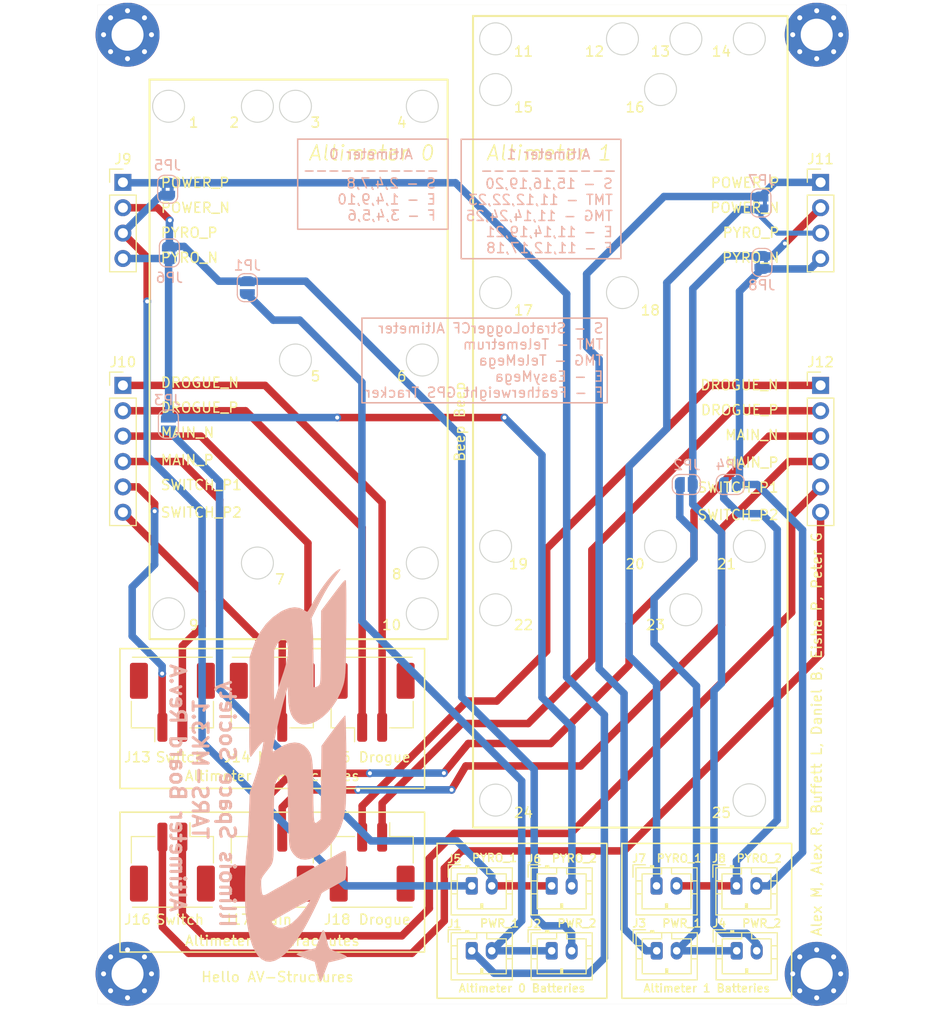
<source format=kicad_pcb>
(kicad_pcb (version 20211014) (generator pcbnew)
  (layers (0 "F.Cu" signal) (31 "B.Cu" signal) (34 "B.Paste" user) (35 "F.Paste" user) (36 "B.SilkS" user "B.Silkscreen") (37 "F.SilkS" user "F.Silkscreen") (38 "B.Mask" user) (39 "F.Mask" user) (44 "Edge.Cuts" user))
  (net 0 "")
  (net 1 "ALT_0_POWER_P")
  (net 2 "ALT_0_POWER_N")
  (net 3 "ALT_0_PYRO_P")
  (net 4 "ALT_0_PYRO_N")
  (net 5 "ALT_1_POWER_P")
  (net 6 "ALT_1_POWER_N")
  (net 7 "ALT_1_PYRO_P")
  (net 8 "ALT_1_PYRO_N")
  (net 9 "Net-(J3-Pad2)")
  (net 10 "/ALT_0_MAIN_P")
  (net 11 "/ALT_0_MAIN_N")
  (net 12 "/ALT_0_DROGUE_P")
  (net 13 "/ALT_0_DROGUE_N")
  (net 14 "/ALT_0_SWITCH_P1")
  (net 15 "/ALT_1_MAIN_P")
  (net 16 "/ALT_1_MAIN_N")
  (net 17 "/ALT_1_DROGUE_P")
  (net 18 "/ALT_1_DROGUE_N")
  (net 19 "Net-(J5-Pad2)")
  (net 20 "Net-(J1-Pad2)")
  (net 21 "/ALT_0_SWITCH_P2")
  (net 22 "Net-(J7-Pad2)")
  (net 23 "/ALT_1_SWITCH_P1")
  (net 24 "/ALT_1_SWITCH_P2")
  (footprint "Connector_Molex:Molex_CLIK-Mate_502443-0270_1x02-1MP_P2.00mm_Vertical" (layer "F.Cu") (at 71.5 113)
    (fp_text reference "J13")
    (fp_text value "Conn_01x02_Female")
  )
  (footprint "Connector_JST:JST_PH_B2B-PH-K_1x02_P2.00mm_Vertical" (layer "F.Cu") (at 101.4746 137.874966)
    (fp_text reference "J1")
    (fp_text value "Conn_01x02_Female")
  )
  (footprint "Connector_PinHeader_2.54mm:PinHeader_1x06_P2.54mm_Vertical" (layer "F.Cu") (at 66.548 81.28)
    (fp_text reference "J10")
    (fp_text value "Conn_01x06_Male")
  )
  (footprint "Connector_JST:JST_PH_B2B-PH-K_1x02_P2.00mm_Vertical" (layer "F.Cu") (at 109.4746 131.374966)
    (fp_text reference "J6")
    (fp_text value "Conn_01x02_Female")
  )
  (footprint "Connector_PinHeader_2.54mm:PinHeader_1x04_P2.54mm_Vertical" (layer "F.Cu") (at 66.548 60.96)
    (fp_text reference "J9")
    (fp_text value "Conn_01x04_Male")
  )
  (footprint "Connector_Molex:Molex_CLIK-Mate_502443-0270_1x02-1MP_P2.00mm_Vertical" (layer "F.Cu") (at 91.5 129 180)
    (fp_text reference "J18")
    (fp_text value "Conn_01x02_Female")
  )
  (footprint "Connector_JST:JST_PH_B2B-PH-K_1x02_P2.00mm_Vertical" (layer "F.Cu") (at 119.9896 137.874966)
    (fp_text reference "J3")
    (fp_text value "Conn_01x02_Female")
  )
  (footprint "MountingHole:MountingHole_3.2mm_M3_Pad_Via" (layer "F.Cu") (at 67.008 140.18)
    (fp_text reference "REF**" hide)
    (fp_text value "MountingHole_3.2mm_M3_Pad_Via")
  )
  (footprint "Connector_JST:JST_PH_B2B-PH-K_1x02_P2.00mm_Vertical" (layer "F.Cu") (at 119.9746 131.374966)
    (fp_text reference "J7")
    (fp_text value "Conn_01x02_Female")
  )
  (footprint "Connector_JST:JST_PH_B2B-PH-K_1x02_P2.00mm_Vertical" (layer "F.Cu") (at 127.9746 131.374966)
    (fp_text reference "J8")
    (fp_text value "Conn_01x02_Female")
  )
  (footprint "Connector_PinHeader_2.54mm:PinHeader_1x04_P2.54mm_Vertical" (layer "F.Cu") (at 136.398 60.96)
    (fp_text reference "J11")
    (fp_text value "Conn_01x04_Male")
  )
  (footprint "Connector_Molex:Molex_CLIK-Mate_502443-0270_1x02-1MP_P2.00mm_Vertical" (layer "F.Cu") (at 81.5 129 180)
    (fp_text reference "J17")
    (fp_text value "Conn_01x02_Female")
  )
  (footprint "MountingHole:MountingHole_3.2mm_M3_Pad_Via" (layer "F.Cu") (at 67.008 46.18)
    (fp_text reference "REF**" hide)
    (fp_text value "MountingHole_3.2mm_M3_Pad_Via")
  )
  (footprint "Connector_Molex:Molex_CLIK-Mate_502443-0270_1x02-1MP_P2.00mm_Vertical" (layer "F.Cu") (at 71.5 129 180)
    (fp_text reference "J16")
    (fp_text value "Conn_01x02_Female")
  )
  (footprint "Connector_Molex:Molex_CLIK-Mate_502443-0270_1x02-1MP_P2.00mm_Vertical" (layer "F.Cu") (at 81.5 113)
    (fp_text reference "J14")
    (fp_text value "Conn_01x02_Female")
  )
  (footprint "Connector_JST:JST_PH_B2B-PH-K_1x02_P2.00mm_Vertical" (layer "F.Cu") (at 109.4746 137.874966)
    (fp_text reference "J2")
    (fp_text value "Conn_01x02_Female")
  )
  (footprint "Connector_Molex:Molex_CLIK-Mate_502443-0270_1x02-1MP_P2.00mm_Vertical" (layer "F.Cu") (at 91.5 113)
    (fp_text reference "J15")
    (fp_text value "Conn_01x02_Female")
  )
  (footprint "Connector_JST:JST_PH_B2B-PH-K_1x02_P2.00mm_Vertical" (layer "F.Cu") (at 101.4746 131.374966)
    (fp_text reference "J5")
    (fp_text value "Conn_01x02_Female")
  )
  (footprint "MountingHole:MountingHole_3.2mm_M3_Pad_Via" (layer "F.Cu") (at 136.008 46.18)
    (fp_text reference "REF**" hide)
    (fp_text value "MountingHole_3.2mm_M3_Pad_Via")
  )
  (footprint "Connector_PinHeader_2.54mm:PinHeader_1x06_P2.54mm_Vertical" (layer "F.Cu") (at 136.398 81.28)
    (fp_text reference "J12")
    (fp_text value "Conn_01x06_Male")
  )
  (footprint "MountingHole:MountingHole_3.2mm_M3_Pad_Via" (layer "F.Cu") (at 136.008 140.18)
    (fp_text reference "REF**" hide)
    (fp_text value "MountingHole_3.2mm_M3_Pad_Via")
  )
  (footprint "Connector_JST:JST_PH_B2B-PH-K_1x02_P2.00mm_Vertical" (layer "F.Cu") (at 128 137.874966)
    (fp_text reference "J4")
    (fp_text value "Conn_01x02_Female")
  )
  (footprint "Jumper:SolderJumper-2_P1.3mm_Bridged2Bar_RoundedPad1.0x1.5mm" (layer "B.Cu") (at 71.2 68.025 -90)
    (fp_text reference "JP6")
    (fp_text value "Jumper_2_Bridged")
  )
  (footprint "Jumper:SolderJumper-2_P1.3mm_Bridged2Bar_RoundedPad1.0x1.5mm" (layer "B.Cu") (at 71.025 61.65 -90)
    (fp_text reference "JP5")
    (fp_text value "Jumper_2_Bridged")
  )
  (footprint "Jumper:SolderJumper-2_P1.3mm_Open_RoundedPad1.0x1.5mm" (layer "B.Cu") (at 122.95 91.2 180)
    (fp_text reference "JP2")
    (fp_text value "Jumper_2_Open")
  )
  (footprint "Logos_ISS:ISS_LOGO_small" (layer "B.Cu") (at 83.423359 119.86328 90)
    (fp_text reference "G***" hide)
    (fp_text value "LOGO" hide)
  )
  (footprint "Jumper:SolderJumper-2_P1.3mm_Open_RoundedPad1.0x1.5mm" (layer "B.Cu") (at 79 71.5 -90)
    (fp_text reference "JP1")
    (fp_text value "Jumper_2_Open")
  )
  (footprint "Jumper:SolderJumper-2_P1.3mm_Open_RoundedPad1.0x1.5mm" (layer "B.Cu") (at 71.1 85.15 -90)
    (fp_text reference "JP3")
    (fp_text value "Jumper_2_Open")
  )
  (footprint "Jumper:SolderJumper-2_P1.3mm_Open_RoundedPad1.0x1.5mm" (layer "B.Cu") (at 127.35 91.2 180)
    (fp_text reference "JP4")
    (fp_text value "Jumper_2_Open")
  )
  (footprint "Jumper:SolderJumper-2_P1.3mm_Bridged2Bar_RoundedPad1.0x1.5mm" (layer "B.Cu") (at 130.525 68.975 -90)
    (fp_text reference "JP8")
    (fp_text value "Jumper_2_Bridged")
  )
  (footprint "Jumper:SolderJumper-2_P1.3mm_Bridged2Bar_RoundedPad1.0x1.5mm" (layer "B.Cu") (at 130.425 63.025 -90)
    (fp_text reference "JP7")
    (fp_text value "Jumper_2_Bridged")
  )
  (gr_rect (start 99.0946 65.648966) (end 84.0446 56.630966) (layer "B.SilkS") (width 0.15) (fill none))
  (gr_rect (start 116.4046 68.600966) (end 100.4146 56.644966) (layer "B.SilkS") (width 0.15) (fill none))
  (gr_rect (start 115.0346 83.022966) (end 90.4766 74.546966) (layer "B.SilkS") (width 0.15) (fill none))
  (gr_rect (start 98 142.624966) (end 115 127.124966) (layer "F.SilkS") (width 0.15) (fill none))
  (gr_rect (start 96.75 124) (end 66.25 138) (layer "F.SilkS") (width 0.15) (fill none))
  (gr_rect (start 69.215 50.673) (end 99.06 106.68) (layer "F.SilkS") (width 0.2) (fill none))
  (gr_rect (start 101.6 44.308) (end 133.096 125.542) (layer "F.SilkS") (width 0.2) (fill none))
  (gr_rect (start 116.5 142.624966) (end 133.5 127.124966) (layer "F.SilkS") (width 0.15) (fill none))
  (gr_rect (start 96.75 107.624966) (end 66.25 121.624966) (layer "F.SilkS") (width 0.15) (fill none))
  (gr_circle (center 129.2606 122.789995) (end 130.890309 122.789995) (layer "Edge.Cuts") (width 0.1) (fill none))
  (gr_circle (center 80.01 99.06) (end 81.61 99.06) (layer "Edge.Cuts") (width 0.1) (fill none))
  (gr_circle (center 103.8606 46.590966) (end 105.4606 46.590966) (layer "Edge.Cuts") (width 0.1) (fill none))
  (gr_circle (center 136.008 140.18) (end 137.608 140.18) (layer "Edge.Cuts") (width 0.01) (fill none))
  (gr_circle (center 67.008 46.18) (end 68.608 46.18) (layer "Edge.Cuts") (width 0.01) (fill none))
  (gr_circle (center 122.9106 46.590966) (end 124.5106 46.590966) (layer "Edge.Cuts") (width 0.1) (fill none))
  (gr_circle (center 120.3706 51.670966) (end 121.9706 51.670966) (layer "Edge.Cuts") (width 0.1) (fill none))
  (gr_circle (center 129.2606 46.590966) (end 130.8606 46.590966) (layer "Edge.Cuts") (width 0.1) (fill none))
  (gr_circle (center 71.12 53.34) (end 72.72 53.34) (layer "Edge.Cuts") (width 0.1) (fill none))
  (gr_circle (center 136.008 46.18) (end 137.608 46.18) (layer "Edge.Cuts") (width 0.01) (fill none))
  (gr_circle (center 96.52 53.34) (end 98.12 53.34) (layer "Edge.Cuts") (width 0.1) (fill none))
  (gr_circle (center 120.3706 97.390966) (end 121.9706 97.390966) (layer "Edge.Cuts") (width 0.1) (fill none))
  (gr_circle (center 129.2606 97.390966) (end 130.8606 97.390966) (layer "Edge.Cuts") (width 0.1) (fill none))
  (gr_circle (center 83.82 78.74) (end 85.42 78.74) (layer "Edge.Cuts") (width 0.1) (fill none))
  (gr_circle (center 96.52 78.74) (end 98.12 78.74) (layer "Edge.Cuts") (width 0.1) (fill none))
  (gr_circle (center 96.52 99.06) (end 98.12 99.06) (layer "Edge.Cuts") (width 0.1) (fill none))
  (gr_circle (center 116.5606 46.590966) (end 118.1606 46.590966) (layer "Edge.Cuts") (width 0.1) (fill none))
  (gr_circle (center 103.8606 97.390966) (end 105.4606 97.390966) (layer "Edge.Cuts") (width 0.1) (fill none))
  (gr_circle (center 80.01 53.34) (end 81.61 53.34) (layer "Edge.Cuts") (width 0.1) (fill none))
  (gr_circle (center 103.8606 103.740966) (end 105.4606 103.740966) (layer "Edge.Cuts") (width 0.1) (fill none))
  (gr_circle (center 67.008 140.18) (end 68.608 140.18) (layer "Edge.Cuts") (width 0.01) (fill none))
  (gr_rect (start 64.008 43.18) (end 139.008 143.18) (layer "Edge.Cuts") (width 0.01) (fill none))
  (gr_circle (center 103.8606 122.789995) (end 105.4606 122.789995) (layer "Edge.Cuts") (width 0.1) (fill none))
  (gr_circle (center 83.82 53.34) (end 85.42 53.34) (layer "Edge.Cuts") (width 0.1) (fill none))
  (gr_circle (center 103.8606 71.990966) (end 105.4606 71.990966) (layer "Edge.Cuts") (width 0.1) (fill none))
  (gr_circle (center 103.8606 51.670966) (end 105.4606 51.670966) (layer "Edge.Cuts") (width 0.1) (fill none))
  (gr_circle (center 71.12 104.14) (end 72.72 104.14) (layer "Edge.Cuts") (width 0.1) (fill none))
  (gr_circle (center 116.5606 71.990966) (end 118.1606 71.990966) (layer "Edge.Cuts") (width 0.1) (fill none))
  (gr_circle (center 96.52 104.14) (end 98.12 104.14) (layer "Edge.Cuts") (width 0.1) (fill none))
  (gr_circle (center 122.9106 103.740966) (end 124.5106 103.740966) (layer "Edge.Cuts") (width 0.1) (fill none))
  (gr_text "Altimeter 0\n-----------" (at 91.3846 58.944966) (layer "B.SilkS") (effects (font (size 1 1)) (justify mirror)))
  (gr_text "Altimeter Board Rev.A" (at 72.0246 121.574966 270) (layer "B.SilkS") (effects (font (size 1.5 1.5) (thickness 0.3)) (justify mirror)))
  (gr_text "S - 15,16,19,20\nTMT - 11,12,22,23\nTMG - 11,14,24,25\nE - 11,14,19,21\nF - 11,12,17,18" (at 115.6846 64.314966) (layer "B.SilkS") (effects (font (size 1 1)) (justify left mirror)))
  (gr_text "Illinois Space Society" (at 77.003359 123.14328 270) (layer "B.SilkS") (effects (font (size 1.5 1.5) (thickness 0.3)) (justify mirror)))
  (gr_text "Altimeter 1\n-----------" (at 109.1546 58.954966) (layer "B.SilkS") (effects (font (size 1 1)) (justify mirror)))
  (gr_text "S - StratoLoggerCF Altimeter\nTMT - Telemetrum\nTMG - TeleMega\nE - EasyMega\nF - Featherweight GPS Tracker" (at 114.7346 78.784966) (layer "B.SilkS") (effects (font (size 1 1)) (justify left mirror)))
  (gr_text "TARS-MK3.1" (at 74.253359 119.66328 270) (layer "B.SilkS") (effects (font (size 1.5 1.5) (thickness 0.3)) (justify mirror)))
  (gr_text "S - 2,4,7,8\nE - 1,4,9,10\nF - 3,4,5,6" (at 97.9746 62.664966) (layer "B.SilkS") (effects (font (size 1 1)) (justify left mirror)))
  (gr_text "SWITCH_P1" (at 123.988095 91.5) (layer "F.SilkS") (effects (font (size 1 1)) (justify left)))
  (gr_text "6" (at 94.4626 80.372966) (layer "F.SilkS") (effects (font (size 1 1))))
  (gr_text "Switch" (at 72.25 118.5) (layer "F.SilkS") (effects (font (size 1 1))))
  (gr_text "POWER_P" (at 125.309524 61) (layer "F.SilkS") (effects (font (size 1 1)) (justify left)))
  (gr_text "Altimeter 0" (at 91.4146 58.020966) (layer "F.SilkS") (effects (font (size 1.5 1.5) (thickness 0.15) italic)))
  (gr_text "POWER_P" (at 70.25 61) (layer "F.SilkS") (effects (font (size 1 1)) (justify left)))
  (gr_text "POWER_N" (at 125.261905 63.5) (layer "F.SilkS") (effects (font (size 1 1)) (justify left)))
  (gr_text "12" (at 113.7666 47.860966) (layer "F.SilkS") (effects (font (size 1 1))))
  (gr_text "19" (at 106.1466 99.168966) (layer "F.SilkS") (effects (font (size 1 1))))
  (gr_text "5" (at 85.8266 80.372966) (layer "F.SilkS") (effects (font (size 1 1))))
  (gr_text "PYRO_1" (at 103.75 128.574966) (layer "F.SilkS") (effects (font (size 0.8 0.8))))
  (gr_text "Altimeter 1" (at 109.1946 58.020966) (layer "F.SilkS") (effects (font (size 1.5 1.5) (thickness 0.15) italic)))
  (gr_text "MAIN_P" (at 126.797619 89) (layer "F.SilkS") (effects (font (size 1 1)) (justify left)))
  (gr_text "10" (at 93.4466 105.264966) (layer "F.SilkS") (effects (font (size 1 1))))
  (gr_text "Main" (at 81.75 118.5) (layer "F.SilkS") (effects (font (size 1 1))))
  (gr_text "DROGUE_N" (at 70.25 81) (layer "F.SilkS") (effects (font (size 1 1)) (justify left)))
  (gr_text "2" (at 77.6986 54.972966) (layer "F.SilkS") (effects (font (size 1 1))))
  (gr_text "14" (at 126.4666 47.860966) (layer "F.SilkS") (effects (font (size 1 1))))
  (gr_text "11" (at 106.6546 47.860966) (layer "F.SilkS") (effects (font (size 1 1))))
  (gr_text "Alex M, Alex R, Buffett L, Daniel B, Eisha P, Peter G" (at 136.0046 116.194966 90) (layer "F.SilkS") (effects (font (size 1 1))))
  (gr_text "18" (at 119.3546 73.768966) (layer "F.SilkS") (effects (font (size 1 1))))
  (gr_text "7" (at 82.2706 100.692966) (layer "F.SilkS") (effects (font (size 1 1))))
  (gr_text "Switch" (at 72.25 134.75) (layer "F.SilkS") (effects (font (size 1 1))))
  (gr_text "PYRO_1\n" (at 122.25 128.624966) (layer "F.SilkS") (effects (font (size 0.8 0.8))))
  (gr_text "25" (at 126.4666 124.060966) (layer "F.SilkS") (effects (font (size 1 1))))
  (gr_text "DROGUE_P" (at 70.25 83.5) (layer "F.SilkS") (effects (font (size 1 1)) (justify left)))
  (gr_text "PYRO_N" (at 70.25 68.5) (layer "F.SilkS") (effects (font (size 1 1)) (justify left)))
  (gr_text "13" (at 120.3706 47.860966) (layer "F.SilkS") (effects (font (size 1 1))))
  (gr_text "PWR_2" (at 130.5 135.124966) (layer "F.SilkS") (effects (font (size 0.8 0.8))))
  (gr_text "3" (at 85.8266 54.972966) (layer "F.SilkS") (effects (font (size 1 1))))
  (gr_text "15" (at 106.6546 53.448966) (layer "F.SilkS") (effects (font (size 1 1))))
  (gr_text "DROGUE_N" (at 124.273809 81.25) (layer "F.SilkS") (effects (font (size 1 1)) (justify left)))
  (gr_text "PWR_1" (at 122.5 135.124966) (layer "F.SilkS") (effects (font (size 0.8 0.8))))
  (gr_text "1" (at 73.6346 54.972966) (layer "F.SilkS") (effects (font (size 1 1))))
  (gr_text "23" (at 119.8626 105.264966) (layer "F.SilkS") (effects (font (size 1 1))))
  (gr_text "Drogue" (at 92.75 118.5) (layer "F.SilkS") (effects (font (size 1 1))))
  (gr_text "PWR_2\n" (at 112 135.124966) (layer "F.SilkS") (effects (font (size 0.8 0.8))))
  (gr_text "PYRO_2\n" (at 130.25 128.624966) (layer "F.SilkS") (effects (font (size 0.8 0.8))))
  (gr_text "MAIN_N" (at 126.75 86.25) (layer "F.SilkS") (effects (font (size 1 1)) (justify left)))
  (gr_text "20" (at 117.8306 99.168966) (layer "F.SilkS") (effects (font (size 1 1))))
  (gr_text "Main" (at 81.75 134.75) (layer "F.SilkS") (effects (font (size 1 1))))
  (gr_text "16" (at 117.8306 53.448966) (layer "F.SilkS") (effects (font (size 1 1))))
  (gr_text "DROGUE_P" (at 124.321428 83.75) (layer "F.SilkS") (effects (font (size 1 1)) (justify left)))
  (gr_text "PYRO_P" (at 126.5 66) (layer "F.SilkS") (effects (font (size 1 1)) (justify left)))
  (gr_text "MAIN_P" (at 70.25 88.75) (layer "F.SilkS") (effects (font (size 1 1)) (justify left)))
  (gr_text "POWER_N" (at 70.25 63.5) (layer "F.SilkS") (effects (font (size 1 1)) (justify left)))
  (gr_text "PYRO_2" (at 111.75 128.624966) (layer "F.SilkS") (effects (font (size 0.8 0.8))))
  (gr_text "17" (at 106.6546 73.768966) (layer "F.SilkS") (effects (font (size 1 1))))
  (gr_text "SWITCH_P2" (at 123.988095 94.25) (layer "F.SilkS") (effects (font (size 1 1)) (justify left)))
  (gr_text "8" (at 93.9546 100.184966) (layer "F.SilkS") (effects (font (size 1 1))))
  (gr_text "PYRO_P" (at 70.25 66) (layer "F.SilkS") (effects (font (size 1 1)) (justify left)))
  (gr_text "Beep Beep" (at 100.2746 84.914966 90) (layer "F.SilkS") (effects (font (size 1 1))))
  (gr_text "9" (at 73.6346 105.264966) (layer "F.SilkS") (effects (font (size 1 1))))
  (gr_text "Altimeter 0 Batteries\n" (at 106.5 141.624966) (layer "F.SilkS") (effects (font (size 0.8 0.8))))
  (gr_text "Altimeter 1 Parachutes" (at 81.5 136.874966) (layer "F.SilkS") (effects (font (size 1 1))))
  (gr_text "Hello AV-Structures" (at 82.0146 140.494966) (layer "F.SilkS") (effects (font (size 1 1))))
  (gr_text "PWR_1" (at 104.25 135.124966) (layer "F.SilkS") (effects (font (size 0.8 0.8))))
  (gr_text "22" (at 106.6546 105.264966) (layer "F.SilkS") (effects (font (size 1 1))))
  (gr_text "PYRO_N" (at 126.452381 68.5) (layer "F.SilkS") (effects (font (size 1 1)) (justify left)))
  (gr_text "4" (at 94.4626 54.972966) (layer "F.SilkS") (effects (font (size 1 1))))
  (gr_text "SWITCH_P2" (at 70.25 94) (layer "F.SilkS") (effects (font (size 1 1)) (justify left)))
  (gr_text "SWITCH_P1" (at 70.25 91.25) (layer "F.SilkS") (effects (font (size 1 1)) (justify left)))
  (gr_text "24" (at 106.6546 124.060966) (layer "F.SilkS") (effects (font (size 1 1))))
  (gr_text "Altimeter 0 Parachutes" (at 81.5 120.374966) (layer "F.SilkS") (effects (font (size 1 1))))
  (gr_text "21" (at 126.9746 99.168966) (layer "F.SilkS") (effects (font (size 1 1))))
  (gr_text "Drogue" (at 92.75 134.75) (layer "F.SilkS") (effects (font (size 1 1))))
  (gr_text "Altimeter 1 Batteries\n" (at 125 141.624966) (layer "F.SilkS") (effects (font (size 0.8 0.8))))
  (gr_text "MAIN_N" (at 70.25 86) (layer "F.SilkS") (effects (font (size 1 1)) (justify left)))
  (segment (start 71.025 61) (end 66.588 61) (width 0.75) (layer "B.Cu") (net 1))
  (segment (start 114.75 138.599566) (end 114.75 114.25) (width 0.75) (layer "B.Cu") (net 1))
  (segment (start 113.2246 140.124966) (end 114.75 138.599566) (width 0.75) (layer "B.Cu") (net 1))
  (segment (start 101.4746 137.874966) (end 103.7246 140.124966) (width 0.75) (layer "B.Cu") (net 1))
  (segment (start 103.7246 140.124966) (end 113.2246 140.124966) (width 0.75) (layer "B.Cu") (net 1))
  (segment (start 110.9746 72.124966) (end 99.849634 61) (width 0.75) (layer "B.Cu") (net 1))
  (segment (start 110.9746 110.4746) (end 110.9746 72.124966) (width 0.75) (layer "B.Cu") (net 1))
  (segment (start 114.75 114.25) (end 110.9746 110.4746) (width 0.75) (layer "B.Cu") (net 1))
  (segment (start 66.588 61) (end 66.548 60.96) (width 0.5) (layer "B.Cu") (net 1))
  (segment (start 99.849634 61) (end 71.025 61) (width 0.75) (layer "B.Cu") (net 1))
  (segment (start 70 63.5) (end 66.548 63.5) (width 0.75) (layer "F.Cu") (net 2))
  (segment (start 71.25 64.75) (end 70 63.5) (width 0.75) (layer "F.Cu") (net 2))
  (via (at 71.25 64.75) (size 0.75) (drill 0.4) (layers "F.Cu" "B.Cu") (net 2))
  (segment (start 111.4746 137.874966) (end 111.4746 136.124966) (width 0.75) (layer "B.Cu") (net 2))
  (segment (start 108.7246 135.374966) (end 107.7246 134.374966) (width 0.75) (layer "B.Cu") (net 2))
  (segment (start 107.7246 119.7246) (end 100.4746 112.4746) (width 0.75) (layer "B.Cu") (net 2))
  (segment (start 111.4746 136.124966) (end 110.7246 135.374966) (width 0.75) (layer "B.Cu") (net 2))
  (segment (start 84.85 70.85) (end 79 70.85) (width 0.75) (layer "B.Cu") (net 2))
  (segment (start 71.2 64.8) (end 71.25 64.75) (width 0.75) (layer "B.Cu") (net 2))
  (segment (start 100.4746 86.4746) (end 84.85 70.85) (width 0.75) (layer "B.Cu") (net 2))
  (segment (start 72.675 67.375) (end 71.2 67.375) (width 0.75) (layer "B.Cu") (net 2))
  (segment (start 110.7246 135.374966) (end 108.7246 135.374966) (width 0.75) (layer "B.Cu") (net 2))
  (segment (start 71.2 67.375) (end 71.2 64.8) (width 0.75) (layer "B.Cu") (net 2))
  (segment (start 76.15 70.85) (end 72.675 67.375) (width 0.75) (layer "B.Cu") (net 2))
  (segment (start 100.4746 112.4746) (end 100.4746 86.4746) (width 0.75) (layer "B.Cu") (net 2))
  (segment (start 107.7246 134.374966) (end 107.7246 119.7246) (width 0.75) (layer "B.Cu") (net 2))
  (segment (start 79 70.85) (end 76.15 70.85) (width 0.75) (layer "B.Cu") (net 2))
  (segment (start 66.548 66.04) (end 68.9746 68.4666) (width 0.75) (layer "F.Cu") (net 3))
  (segment (start 68.9746 68.4666) (end 68.9746 72.874966) (width 0.75) (layer "F.Cu") (net 3))
  (via (at 68.9746 72.874966) (size 0.8) (drill 0.4) (layers "F.Cu" "B.Cu") (net 3))
  (segment (start 74.4746 116.9746) (end 88.874966 131.374966) (width 0.75) (layer "B.Cu") (net 3))
  (segment (start 68.9746 88.374966) (end 74.4746 93.874966) (width 0.75) (layer "B.Cu") (net 3))
  (segment (start 88.874966 131.374966) (end 101.4746 131.374966) (width 0.75) (layer "B.Cu") (net 3))
  (segment (start 70.288 62.3) (end 66.548 66.04) (width 0.75) (layer "B.Cu") (net 3))
  (segment (start 68.9746 72.874966) (end 68.9746 88.374966) (width 0.75) (layer "B.Cu") (net 3))
  (segment (start 71.025 62.3) (end 70.288 62.3) (width 0.2) (layer "B.Cu") (net 3))
  (segment (start 74.4746 93.874966) (end 74.4746 116.9746) (width 0.75) (layer "B.Cu") (net 3))
  (segment (start 88 84.5) (end 104.75 84.5) (width 0.75) (layer "F.Cu") (net 4))
  (via (at 104.75 84.5) (size 0.8) (drill 0.4) (layers "F.Cu" "B.Cu") (net 4))
  (via (at 88 84.5) (size 0.8) (drill 0.4) (layers "F.Cu" "B.Cu") (net 4))
  (segment (start 71.12 84.48) (end 71.1 84.5) (width 0.75) (layer "B.Cu") (net 4))
  (segment (start 71.12 68.755) (end 71.12 84.48) (width 0.75) (layer "B.Cu") (net 4))
  (segment (start 71.1 84.5) (end 88 84.5) (width 0.75) (layer "B.Cu") (net 4))
  (segment (start 71.105 68.58) (end 66.548 68.58) (width 0.75) (layer "B.Cu") (net 4))
  (segment (start 111.5 131.349566) (end 111.4746 131.374966) (width 0.75) (layer "B.Cu") (net 4))
  (segment (start 71.2 68.675) (end 71.105 68.58) (width 0.75) (layer "B.Cu") (net 4))
  (segment (start 111.5 115.5) (end 111.5 131.349566) (width 0.75) (layer "B.Cu") (net 4))
  (segment (start 108.5 112.5) (end 111.5 115.5) (width 0.75) (layer "B.Cu") (net 4))
  (segment (start 104.75 84.5) (end 108.5 88.25) (width 0.75) (layer "B.Cu") (net 4))
  (segment (start 108.5 88.25) (end 108.5 112.5) (width 0.75) (layer "B.Cu") (net 4))
  (segment (start 71.2 68.675) (end 71.12 68.755) (width 0.75) (layer "B.Cu") (net 4))
  (segment (start 116.7246 135.654966) (end 118.9446 137.874966) (width 0.75) (layer "B.Cu") (net 5))
  (segment (start 112.9746 77.427629) (end 114.2246 78.677629) (width 0.75) (layer "B.Cu") (net 5))
  (segment (start 118.9446 137.874966) (end 119.9896 137.874966) (width 0.75) (layer "B.Cu") (net 5))
  (segment (start 112.9746 70.124966) (end 112.9746 77.427629) (width 0.75) (layer "B.Cu") (net 5))
  (segment (start 130.425 62.375) (end 120.724566 62.375) (width 0.75) (layer "B.Cu") (net 5))
  (segment (start 114.2246 78.677629) (end 114.2246 109.624966) (width 0.75) (layer "B.Cu") (net 5))
  (segment (start 130.425 62.375) (end 131.84 60.96) (width 0.75) (layer "B.Cu") (net 5))
  (segment (start 114.2246 109.624966) (end 116.7246 112.124966) (width 0.75) (layer "B.Cu") (net 5))
  (segment (start 116.7246 112.124966) (end 116.7246 135.654966) (width 0.75) (layer "B.Cu") (net 5))
  (segment (start 120.724566 62.375) (end 112.9746 70.124966) (width 0.75) (layer "B.Cu") (net 5))
  (segment (start 131.84 60.96) (end 136.398 60.96) (width 0.75) (layer "B.Cu") (net 5))
  (segment (start 136.398 63.502) (end 132.825 67.075) (width 0.75) (layer "F.Cu") (net 6))
  (segment (start 136.398 63.5) (end 136.398 63.502) (width 0.75) (layer "F.Cu") (net 6))
  (via (at 132.825 67.075) (size 0.8) (drill 0.4) (layers "F.Cu" "B.Cu") (net 6))
  (segment (start 132.825 67.075) (end 131.575 68.325) (width 0.75) (layer "B.Cu") (net 6))
  (segment (start 126.881414 68.325) (end 123.6 71.606414) (width 0.75) (layer "B.Cu") (net 6))
  (segment (start 128.9746 136.124966) (end 130 137.150366) (width 0.75) (layer "B.Cu") (net 6))
  (segment (start 125.7246 111.837683) (end 125.7246 135.221125) (width 0.75) (layer "B.Cu") (net 6))
  (segment (start 123.6 93.175) (end 126.4746 96.0496) (width 0.75) (layer "B.Cu") (net 6))
  (segment (start 130.525 68.325) (end 126.881414 68.325) (width 0.75) (layer "B.Cu") (net 6))
  (segment (start 123.6 71.606414) (end 123.6 91.2) (width 0.75) (layer "B.Cu") (net 6))
  (segment (start 126.4746 111.087683) (end 125.7246 111.837683) (width 0.75) (layer "B.Cu") (net 6))
  (segment (start 125.7246 135.221125) (end 126.628441 136.124966) (width 0.75) (layer "B.Cu") (net 6))
  (segment (start 123.6 91.2) (end 123.6 93.175) (width 0.75) (layer "B.Cu") (net 6))
  (segment (start 131.575 68.325) (end 130.525 68.325) (width 0.75) (layer "B.Cu") (net 6))
  (segment (start 126.628441 136.124966) (end 128.9746 136.124966) (width 0.75) (layer "B.Cu") (net 6))
  (segment (start 126.4746 96.0496) (end 126.4746 111.087683) (width 0.75) (layer "B.Cu") (net 6))
  (segment (start 117.2246 89.374966) (end 117.2246 108.374966) (width 0.75) (layer "B.Cu") (net 7))
  (segment (start 117.2246 108.374966) (end 119.9746 111.124966) (width 0.75) (layer "B.Cu") (net 7))
  (segment (start 128.325 63.675) (end 121 71) (width 0.75) (layer "B.Cu") (net 7))
  (segment (start 121 71) (end 121 85.599566) (width 0.75) (layer "B.Cu") (net 7))
  (segment (start 119.9746 111.124966) (end 119.9746 131.374966) (width 0.75) (layer "B.Cu") (net 7))
  (segment (start 130.425 63.675) (end 130.425 64.4) (width 0.5) (layer "B.Cu") (net 7))
  (segment (start 130.425 64.4) (end 132.065 66.04) (width 0.5) (layer "B.Cu") (net 7))
  (segment (start 130.425 63.675) (end 128.325 63.675) (width 0.75) (layer "B.Cu") (net 7))
  (segment (start 121 85.599566) (end 117.2246 89.374966) (width 0.75) (layer "B.Cu") (net 7))
  (segment (start 132.065 66.04) (end 136.398 66.04) (width 0.5) (layer "B.Cu") (net 7))
  (segment (start 130.525 69.625) (end 128.275 71.875) (width 0.75) (layer "B.Cu") (net 8))
  (segment (start 128 91.2) (end 130.049634 91.2) (width 0.75) (layer "B.Cu") (net 8))
  (segment (start 134.5946 128.004966) (end 131.2246 131.374966) (width 0.75) (layer "B.Cu") (net 8))
  (segment (start 128.275 71.875) (end 128.275 90.925) (width 0.75) (layer "B.Cu") (net 8))
  (segment (start 130.049634 91.2) (end 134.5946 95.744966) (width 0.75) (layer "B.Cu") (net 8))
  (segment (start 130.525 69.625) (end 135.353 69.625) (width 0.75) (layer "B.Cu") (net 8))
  (segment (start 131.2246 131.374966) (end 129.9746 131.374966) (width 0.75) (layer "B.Cu") (net 8))
  (segment (start 134.5946 95.744966) (end 134.5946 128.004966) (width 0.75) (layer "B.Cu") (net 8))
  (segment (start 135.353 69.625) (end 136.398 68.58) (width 0.75) (layer "B.Cu") (net 8))
  (segment (start 128.275 90.925) (end 128 91.2) (width 0.75) (layer "B.Cu") (net 8))
  (segment (start 123.7246 98.624966) (end 119.7246 102.624966) (width 0.75) (layer "B.Cu") (net 9))
  (segment (start 122.3 94.450366) (end 123.7246 95.874966) (width 0.75) (layer "B.Cu") (net 9))
  (segment (start 119.7246 107.124966) (end 123.9746 111.374966) (width 0.75) (layer "B.Cu") (net 9))
  (segment (start 119.7246 102.624966) (end 119.7246 107.124966) (width 0.75) (layer "B.Cu") (net 9))
  (segment (start 123.9746 111.374966) (end 123.9746 135.889966) (width 0.75) (layer "B.Cu") (net 9))
  (segment (start 122.3 91.2) (end 122.3 94.450366) (width 0.75) (layer "B.Cu") (net 9))
  (segment (start 123.9746 135.889966) (end 121.9896 137.874966) (width 0.75) (layer "B.Cu") (net 9))
  (segment (start 121.9896 137.874966) (end 128 137.874966) (width 0.75) (layer "B.Cu") (net 9))
  (segment (start 123.7246 95.874966) (end 123.7246 98.624966) (width 0.75) (layer "B.Cu") (net 9))
  (segment (start 76.2246 102.7246) (end 80.5 107) (width 0.75) (layer "F.Cu") (net 10))
  (segment (start 76.2246 92.7246) (end 76.2246 102.7246) (width 0.75) (layer "F.Cu") (net 10))
  (segment (start 72.4 88.9) (end 76.2246 92.7246) (width 0.75) (layer "F.Cu") (net 10))
  (segment (start 66.548 88.9) (end 72.4 88.9) (width 0.75) (layer "F.Cu") (net 10))
  (segment (start 80.5 107) (end 80.5 116) (width 0.75) (layer "F.Cu") (net 10))
  (segment (start 85.075 104.333024) (end 85.075 97.075) (width 0.75) (layer "F.Cu") (net 11))
  (segment (start 82.5 116) (end 82.5 106.908024) (width 0.75) (layer "F.Cu") (net 11))
  (segment (start 82.5 106.908024) (end 85.075 104.333024) (width 0.75) (layer "F.Cu") (net 11))
  (segment (start 85.075 97.075) (end 74.36 86.36) (width 0.75) (layer "F.Cu") (net 11))
  (segment (start 74.36 86.36) (end 66.548 86.36) (width 0.75) (layer "F.Cu") (net 11))
  (segment (start 90.5 116) (end 90.5 95.5) (width 0.75) (layer "F.Cu") (net 12))
  (segment (start 78.82 83.82) (end 66.548 83.82) (width 0.75) (layer "F.Cu") (net 12))
  (segment (start 90.5 95.5) (end 78.82 83.82) (width 0.75) (layer "F.Cu") (net 12))
  (segment (start 92.5 116) (end 92.5 93) (width 0.75) (layer "F.Cu") (net 13))
  (segment (start 80.78 81.28) (end 66.548 81.28) (width 0.75) (layer "F.Cu") (net 13))
  (segment (start 92.5 93) (end 80.78 81.28) (width 0.75) (layer "F.Cu") (net 13))
  (segment (start 70.4746 110.124966) (end 70.4746 115.4746) (width 0.75) (layer "F.Cu") (net 14))
  (segment (start 68.039634 91.44) (end 66.548 91.44) (width 0.75) (layer "F.Cu") (net 14))
  (segment (start 69.7246 93.874966) (end 69.7246 93.124966) (width 0.75) (layer "F.Cu") (net 14))
  (segment (start 69.7246 93.124966) (end 68.039634 91.44) (width 0.75) (layer "F.Cu") (net 14))
  (segment (start 70.4746 115.4746) (end 70.5 115.5) (width 0.75) (layer "F.Cu") (net 14))
  (via (at 70.4746 110.124966) (size 0.8) (drill 0.4) (layers "F.Cu" "B.Cu") (net 14))
  (via (at 69.7246 93.874966) (size 0.8) (drill 0.4) (layers "F.Cu" "B.Cu") (net 14))
  (segment (start 67.4746 106.374966) (end 70.4746 109.374966) (width 0.75) (layer "B.Cu") (net 14))
  (segment (start 69.7246 99.211399) (end 67.4746 101.461399) (width 0.75) (layer "B.Cu") (net 14))
  (segment (start 67.4746 101.461399) (end 67.4746 106.374966) (width 0.75) (layer "B.Cu") (net 14))
  (segment (start 69.7246 93.874966) (end 69.7246 99.211399) (width 0.75) (layer "B.Cu") (net 14))
  (segment (start 70.4746 109.374966) (end 70.4746 110.124966) (width 0.75) (layer "B.Cu") (net 14))
  (segment (start 90.0946 121.774966) (end 84.225034 121.774966) (width 0.75) (layer "F.Cu") (net 15))
  (segment (start 84.225034 121.774966) (end 82.5 123.5) (width 0.75) (layer "F.Cu") (net 15))
  (segment (start 126.4746 105.2754) (end 126.4746 95.624966) (width 0.75) (layer "F.Cu") (net 15))
  (segment (start 112.375034 119.374966) (end 126.4746 105.2754) (width 0.75) (layer "F.Cu") (net 15))
  (segment (start 82.5 123.5) (end 82.5 126.5) (width 0.75) (layer "F.Cu") (net 15))
  (segment (start 100.875034 119.374966) (end 112.375034 119.374966) (width 0.75) (layer "F.Cu") (net 15))
  (segment (start 133.199566 88.9) (end 136.398 88.9) (width 0.75) (layer "F.Cu") (net 15))
  (segment (start 99.4546 121.764966) (end 100.875034 119.374966) (width 0.75) (layer "F.Cu") (net 15))
  (segment (start 126.4746 95.624966) (end 133.199566 88.9) (width 0.75) (layer "F.Cu") (net 15))
  (via (at 90.0946 121.774966) (size 0.8) (drill 0.4) (layers "F.Cu" "B.Cu") (net 15))
  (via (at 99.4546 121.764966) (size 0.8) (drill 0.4) (layers "F.Cu" "B.Cu") (net 15))
  (segment (start 99.4546 121.764966) (end 91.1446 121.764966) (width 0.75) (layer "B.Cu") (net 15))
  (segment (start 90.1046 121.764966) (end 90.0946 121.774966) (width 0.75) (layer "B.Cu") (net 15))
  (segment (start 91.1446 121.764966) (end 90.1046 121.764966) (width 0.75) (layer "B.Cu") (net 15))
  (segment (start 109.375034 117.124966) (end 117.2246 109.2754) (width 0.75) (layer "F.Cu") (net 16))
  (segment (start 117.2246 109.2754) (end 117.2246 105.124966) (width 0.75) (layer "F.Cu") (net 16))
  (segment (start 131.239566 86.36) (end 136.398 86.36) (width 0.75) (layer "F.Cu") (net 16))
  (segment (start 80.5 123.039566) (end 80.5 126.5) (width 0.75) (layer "F.Cu") (net 16))
  (segment (start 83.4346 120.104966) (end 80.5 123.039566) (width 0.75) (layer "F.Cu") (net 16))
  (segment (start 101.125034 117.124966) (end 109.375034 117.124966) (width 0.75) (layer "F.Cu") (net 16))
  (segment (start 123.7246 93.874966) (end 131.239566 86.36) (width 0.75) (layer "F.Cu") (net 16))
  (segment (start 91.2746 120.104966) (end 83.4346 120.104966) (width 0.75) (layer "F.Cu") (net 16))
  (segment (start 98.6846 120.084966) (end 101.125034 117.124966) (width 0.75) (layer "F.Cu") (net 16))
  (segment (start 123.7246 98.624966) (end 123.7246 93.874966) (width 0.75) (layer "F.Cu") (net 16))
  (segment (start 117.2246 105.124966) (end 123.7246 98.624966) (width 0.75) (layer "F.Cu") (net 16))
  (via (at 98.6846 120.084966) (size 0.8) (drill 0.4) (layers "F.Cu" "B.Cu") (net 16))
  (via (at 91.2746 120.104966) (size 0.8) (drill 0.4) (layers "F.Cu" "B.Cu") (net 16))
  (segment (start 98.6846 120.084966) (end 91.2946 120.084966) (width 0.75) (layer "B.Cu") (net 16))
  (segment (start 91.2946 120.084966) (end 91.2746 120.104966) (width 0.75) (layer "B.Cu") (net 16))
  (segment (start 107.125034 115.124966) (end 113.5 108.75) (width 0.75) (layer "F.Cu") (net 17))
  (segment (start 92.5 123.099566) (end 100.4746 115.124966) (width 0.75) (layer "F.Cu") (net 17))
  (segment (start 127.43 83.82) (end 136.398 83.82) (width 0.75) (layer "F.Cu") (net 17))
  (segment (start 92.5 126.5) (end 92.5 123.099566) (width 0.75) (layer "F.Cu") (net 17))
  (segment (start 100.4746 115.124966) (end 107.125034 115.124966) (width 0.75) (layer "F.Cu") (net 17))
  (segment (start 113.5 108.75) (end 113.5 97.75) (width 0.75) (layer "F.Cu") (net 17))
  (segment (start 113.5 97.75) (end 127.43 83.82) (width 0.75) (layer "F.Cu") (net 17))
  (segment (start 90.5 123.369566) (end 100.9946 112.874966) (width 0.75) (layer "F.Cu") (net 18))
  (segment (start 108.9746 97.624966) (end 125.319566 81.28) (width 0.75) (layer "F.Cu") (net 18))
  (segment (start 108.9746 107.874966) (end 108.9746 97.624966) (width 0.75) (layer "F.Cu") (net 18))
  (segment (start 103.9746 112.874966) (end 108.9746 107.874966) (width 0.75) (layer "F.Cu") (net 18))
  (segment (start 125.319566 81.28) (end 136.398 81.28) (width 0.75) (layer "F.Cu") (net 18))
  (segment (start 90.5 126.5) (end 90.5 123.369566) (width 0.75) (layer "F.Cu") (net 18))
  (segment (start 100.9946 112.874966) (end 103.9746 112.874966) (width 0.75) (layer "F.Cu") (net 18))
  (segment (start 109.4746 131.374966) (end 103.4746 131.374966) (width 0.75) (layer "F.Cu") (net 19))
  (segment (start 71.1 85.8) (end 76.2246 90.9246) (width 0.75) (layer "B.Cu") (net 19))
  (segment (start 76.2246 90.9246) (end 76.2246 111.7246) (width 0.75) (layer "B.Cu") (net 19))
  (segment (start 99.9746 126.874966) (end 103.4746 130.374966) (width 0.75) (layer "B.Cu") (net 19))
  (segment (start 76.2246 111.7246) (end 91.374966 126.874966) (width 0.75) (layer "B.Cu") (net 19))
  (segment (start 103.4746 130.374966) (end 103.4746 131.374966) (width 0.75) (layer "B.Cu") (net 19))
  (segment (start 91.374966 126.874966) (end 99.9746 126.874966) (width 0.75) (layer "B.Cu") (net 19))
  (segment (start 103.4746 137.874966) (end 109.4746 137.874966) (width 0.75) (layer "B.Cu") (net 20))
  (segment (start 90.4746 80.9746) (end 90.4746 104.874966) (width 0.75) (layer "B.Cu") (net 20))
  (segment (start 84.25 74.75) (end 90.4746 80.9746) (width 0.75) (layer "B.Cu") (net 20))
  (segment (start 106.4746 134.874966) (end 103.4746 137.874966) (width 0.75) (layer "B.Cu") (net 20))
  (segment (start 81.6 74.75) (end 84.25 74.75) (width 0.75) (layer "B.Cu") (net 20))
  (segment (start 106.4746 120.874966) (end 106.4746 134.874966) (width 0.75) (layer "B.Cu") (net 20))
  (segment (start 90.4746 104.874966) (end 106.4746 120.874966) (width 0.75) (layer "B.Cu") (net 20))
  (segment (start 79 72.15) (end 81.6 74.75) (width 0.75) (layer "B.Cu") (net 20))
  (segment (start 74.4746 101.9066) (end 66.548 93.98) (width 0.75) (layer "F.Cu") (net 21))
  (segment (start 72.5 115.5) (end 72.5 107.349566) (width 0.75) (layer "F.Cu") (net 21))
  (segment (start 72.5 107.349566) (end 74.4746 105.374966) (width 0.75) (layer "F.Cu") (net 21))
  (segment (start 74.4746 105.374966) (end 74.4746 101.9066) (width 0.75) (layer "F.Cu") (net 21))
  (segment (start 121.9746 131.374966) (end 127.9746 131.374966) (width 0.75) (layer "F.Cu") (net 22))
  (segment (start 132.0546 124.794966) (end 127.9746 128.874966) (width 0.75) (layer "B.Cu") (net 22))
  (segment (start 132.0546 95.704966) (end 132.0546 124.794966) (width 0.75) (layer "B.Cu") (net 22))
  (segment (start 126.7 91.2) (end 126.7 92.600366) (width 0.75) (layer "B.Cu") (net 22))
  (segment (start 130.4746 94.124966) (end 132.0546 95.704966) (width 0.75) (layer "B.Cu") (net 22))
  (segment (start 127.9746 128.874966) (end 127.9746 131.374966) (width 0.75) (layer "B.Cu") (net 22))
  (segment (start 128.2246 94.124966) (end 130.4746 94.124966) (width 0.75) (layer "B.Cu") (net 22))
  (segment (start 126.7 92.600366) (end 128.2246 94.124966) (width 0.75) (layer "B.Cu") (net 22))
  (segment (start 97.2246 133.624966) (end 94.4746 136.374966) (width 0.75) (layer "F.Cu") (net 23))
  (segment (start 72.5 134.25) (end 72.5 126.5) (width 0.75) (layer "F.Cu") (net 23))
  (segment (start 74.624966 136.374966) (end 72.5 134.25) (width 0.75) (layer "F.Cu") (net 23))
  (segment (start 133.5 94.338) (end 133.5 104) (width 0.75) (layer "F.Cu") (net 23))
  (segment (start 94.4746 136.374966) (end 74.624966 136.374966) (width 0.75) (layer "F.Cu") (net 23))
  (segment (start 111.375034 126.124966) (end 99.7246 126.124966) (width 0.75) (layer "F.Cu") (net 23))
  (segment (start 99.7246 126.124966) (end 97.2246 128.624966) (width 0.75) (layer "F.Cu") (net 23))
  (segment (start 133.5 104) (end 111.375034 126.124966) (width 0.75) (layer "F.Cu") (net 23))
  (segment (start 136.398 91.44) (end 133.5 94.338) (width 0.75) (layer "F.Cu") (net 23))
  (segment (start 97.2246 128.624966) (end 97.2246 133.624966) (width 0.75) (layer "F.Cu") (net 23))
  (segment (start 95.4746 138.124966) (end 73.124966 138.124966) (width 0.75) (layer "F.Cu") (net 24))
  (segment (start 98.7246 134.874966) (end 95.4746 138.124966) (width 0.75) (layer "F.Cu") (net 24))
  (segment (start 70.5 135.5) (end 70.5 126.5) (width 0.75) (layer "F.Cu") (net 24))
  (segment (start 100.4746 127.874966) (end 98.7246 129.624966) (width 0.75) (layer "F.Cu") (net 24))
  (segment (start 136.398 93.98) (end 136.398 108.201566) (width 0.75) (layer "F.Cu") (net 24))
  (segment (start 136.398 108.201566) (end 116.7246 127.874966) (width 0.75) (layer "F.Cu") (net 24))
  (segment (start 98.7246 129.624966) (end 98.7246 134.874966) (width 0.75) (layer "F.Cu") (net 24))
  (segment (start 116.7246 127.874966) (end 100.4746 127.874966) (width 0.75) (layer "F.Cu") (net 24))
  (segment (start 73.124966 138.124966) (end 70.5 135.5) (width 0.75) (layer "F.Cu") (net 24))
)
</source>
